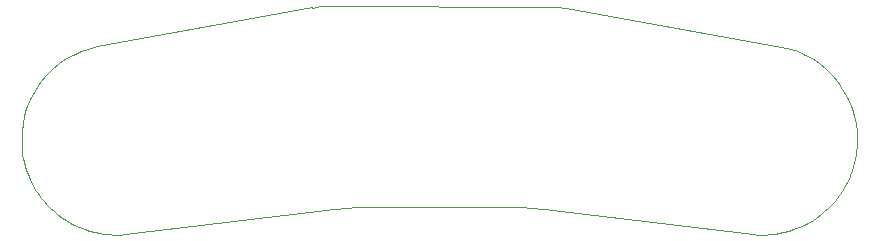
<source format=gbr>
G04 (created by PCBNEW (2013-07-07 BZR 4022)-stable) date 17/04/2014 10:18:20*
%MOIN*%
G04 Gerber Fmt 3.4, Leading zero omitted, Abs format*
%FSLAX34Y34*%
G01*
G70*
G90*
G04 APERTURE LIST*
%ADD10C,0.00590551*%
%ADD11C,0.00393701*%
G04 APERTURE END LIST*
G54D10*
G54D11*
X8421Y-2259D02*
X13940Y-2263D01*
X7234Y4429D02*
X6944Y4393D01*
X15118Y4419D02*
X7234Y4429D01*
X6943Y4394D02*
X-221Y3095D01*
X-221Y3095D02*
X-536Y3016D01*
X-536Y3016D02*
X-772Y2937D01*
X-772Y2937D02*
X-1008Y2819D01*
X-1008Y2819D02*
X-1245Y2701D01*
X-1245Y2701D02*
X-1481Y2544D01*
X-1481Y2544D02*
X-1717Y2347D01*
X-1717Y2347D02*
X-1914Y2150D01*
X-1914Y2150D02*
X-2111Y1914D01*
X-2111Y1914D02*
X-2268Y1678D01*
X-2268Y1678D02*
X-2426Y1402D01*
X-2426Y1402D02*
X-2583Y1048D01*
X-2583Y1048D02*
X-2662Y772D01*
X-2662Y772D02*
X-2701Y536D01*
X-2701Y536D02*
X-2741Y260D01*
X-2741Y260D02*
X-2741Y-211D01*
X-2741Y-211D02*
X-2731Y-388D01*
X-2731Y-388D02*
X-2711Y-516D01*
X-2711Y-516D02*
X-2691Y-634D01*
X-2691Y-634D02*
X-2662Y-772D01*
X-2662Y-772D02*
X-2632Y-880D01*
X-2632Y-880D02*
X-2583Y-1038D01*
X-2583Y-1038D02*
X-2534Y-1166D01*
X-2534Y-1166D02*
X-2504Y-1235D01*
X-2504Y-1235D02*
X-2445Y-1373D01*
X-2445Y-1373D02*
X-2367Y-1520D01*
X-2367Y-1520D02*
X-2317Y-1609D01*
X-2317Y-1609D02*
X-2258Y-1707D01*
X-2258Y-1707D02*
X-2189Y-1806D01*
X-2189Y-1806D02*
X-2150Y-1865D01*
X-2150Y-1865D02*
X-2091Y-1943D01*
X-2091Y-1943D02*
X-2002Y-2062D01*
X-2002Y-2062D02*
X-1875Y-2199D01*
X-1875Y-2199D02*
X-1776Y-2298D01*
X-1776Y-2298D02*
X-1668Y-2396D01*
X-1668Y-2396D02*
X-1560Y-2495D01*
X-1560Y-2495D02*
X-1392Y-2613D01*
X-1392Y-2613D02*
X-1274Y-2691D01*
X-1274Y-2691D02*
X-1126Y-2780D01*
X-1126Y-2780D02*
X-989Y-2849D01*
X-989Y-2849D02*
X-812Y-2928D01*
X-812Y-2928D02*
X-634Y-2997D01*
X-634Y-2997D02*
X-477Y-3046D01*
X-477Y-3046D02*
X-290Y-3095D01*
X-290Y-3095D02*
X-142Y-3125D01*
X-142Y-3125D02*
X-4Y-3144D01*
X-4Y-3144D02*
X162Y-3164D01*
X162Y-3164D02*
X329Y-3174D01*
X329Y-3174D02*
X536Y-3174D01*
X536Y-3174D02*
X703Y-3164D01*
X703Y-3164D02*
X7682Y-2327D01*
X7682Y-2327D02*
X8075Y-2278D01*
X8075Y-2278D02*
X8420Y-2258D01*
X15423Y4389D02*
X15118Y4419D01*
X14281Y-2283D02*
X13937Y-2263D01*
X14675Y-2332D02*
X14281Y-2283D01*
X21653Y-3169D02*
X14675Y-2332D01*
X21820Y-3179D02*
X21653Y-3169D01*
X22027Y-3179D02*
X21820Y-3179D01*
X22194Y-3169D02*
X22027Y-3179D01*
X22362Y-3149D02*
X22194Y-3169D01*
X22500Y-3129D02*
X22362Y-3149D01*
X22647Y-3100D02*
X22500Y-3129D01*
X22834Y-3051D02*
X22647Y-3100D01*
X22992Y-3001D02*
X22834Y-3051D01*
X23169Y-2933D02*
X22992Y-3001D01*
X23346Y-2854D02*
X23169Y-2933D01*
X23484Y-2785D02*
X23346Y-2854D01*
X23631Y-2696D02*
X23484Y-2785D01*
X23750Y-2618D02*
X23631Y-2696D01*
X23917Y-2500D02*
X23750Y-2618D01*
X24025Y-2401D02*
X23917Y-2500D01*
X24133Y-2303D02*
X24025Y-2401D01*
X24232Y-2204D02*
X24133Y-2303D01*
X24360Y-2066D02*
X24232Y-2204D01*
X24448Y-1948D02*
X24360Y-2066D01*
X24507Y-1870D02*
X24448Y-1948D01*
X24547Y-1811D02*
X24507Y-1870D01*
X24616Y-1712D02*
X24547Y-1811D01*
X24675Y-1614D02*
X24616Y-1712D01*
X24724Y-1525D02*
X24675Y-1614D01*
X24803Y-1377D02*
X24724Y-1525D01*
X24862Y-1240D02*
X24803Y-1377D01*
X24891Y-1171D02*
X24862Y-1240D01*
X24940Y-1043D02*
X24891Y-1171D01*
X24990Y-885D02*
X24940Y-1043D01*
X25019Y-777D02*
X24990Y-885D01*
X25049Y-639D02*
X25019Y-777D01*
X25068Y-521D02*
X25049Y-639D01*
X25088Y-393D02*
X25068Y-521D01*
X25098Y-216D02*
X25088Y-393D01*
X25098Y255D02*
X25098Y-216D01*
X25059Y531D02*
X25098Y255D01*
X25019Y767D02*
X25059Y531D01*
X24940Y1043D02*
X25019Y767D01*
X24783Y1397D02*
X24940Y1043D01*
X24625Y1673D02*
X24783Y1397D01*
X24468Y1909D02*
X24625Y1673D01*
X24271Y2145D02*
X24468Y1909D01*
X24074Y2342D02*
X24271Y2145D01*
X23838Y2539D02*
X24074Y2342D01*
X23602Y2696D02*
X23838Y2539D01*
X23366Y2814D02*
X23602Y2696D01*
X23129Y2933D02*
X23366Y2814D01*
X22893Y3011D02*
X23129Y2933D01*
X22578Y3090D02*
X22893Y3011D01*
X15413Y4389D02*
X22578Y3090D01*
M02*

</source>
